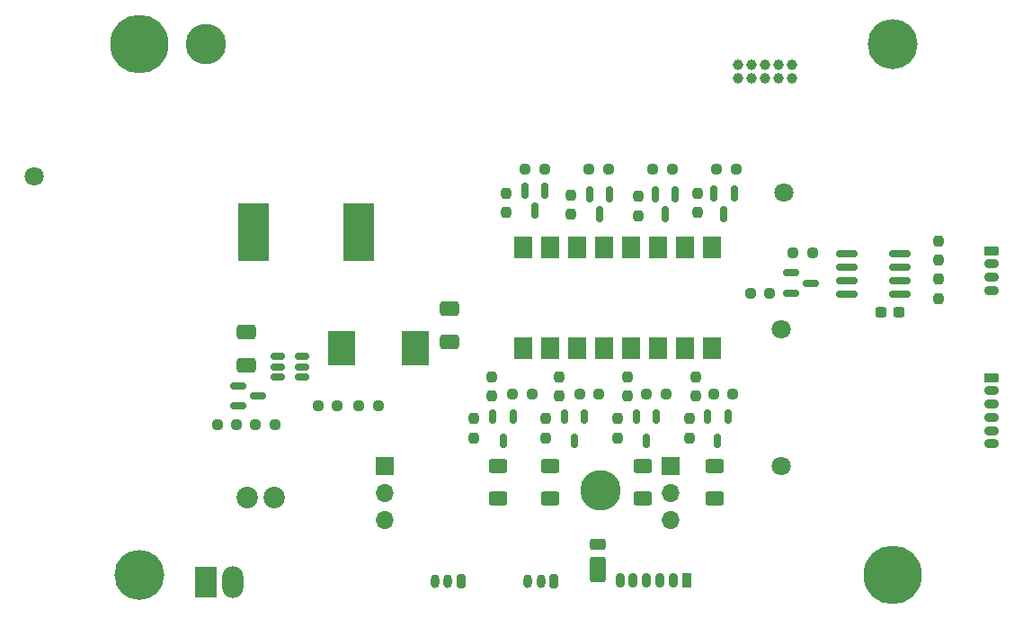
<source format=gbr>
%TF.GenerationSoftware,KiCad,Pcbnew,9.0.4*%
%TF.CreationDate,2025-09-18T14:16:59+03:00*%
%TF.ProjectId,HidroNode_Project,48696472-6f4e-46f6-9465-5f50726f6a65,rev?*%
%TF.SameCoordinates,Original*%
%TF.FileFunction,Soldermask,Bot*%
%TF.FilePolarity,Negative*%
%FSLAX46Y46*%
G04 Gerber Fmt 4.6, Leading zero omitted, Abs format (unit mm)*
G04 Created by KiCad (PCBNEW 9.0.4) date 2025-09-18 14:16:59*
%MOMM*%
%LPD*%
G01*
G04 APERTURE LIST*
G04 Aperture macros list*
%AMRoundRect*
0 Rectangle with rounded corners*
0 $1 Rounding radius*
0 $2 $3 $4 $5 $6 $7 $8 $9 X,Y pos of 4 corners*
0 Add a 4 corners polygon primitive as box body*
4,1,4,$2,$3,$4,$5,$6,$7,$8,$9,$2,$3,0*
0 Add four circle primitives for the rounded corners*
1,1,$1+$1,$2,$3*
1,1,$1+$1,$4,$5*
1,1,$1+$1,$6,$7*
1,1,$1+$1,$8,$9*
0 Add four rect primitives between the rounded corners*
20,1,$1+$1,$2,$3,$4,$5,0*
20,1,$1+$1,$4,$5,$6,$7,0*
20,1,$1+$1,$6,$7,$8,$9,0*
20,1,$1+$1,$8,$9,$2,$3,0*%
G04 Aperture macros list end*
%ADD10C,3.800000*%
%ADD11C,1.800000*%
%ADD12R,2.000000X3.000000*%
%ADD13O,2.000000X3.000000*%
%ADD14C,5.500000*%
%ADD15R,1.700000X1.700000*%
%ADD16O,1.700000X1.700000*%
%ADD17C,1.000000*%
%ADD18RoundRect,0.200000X0.200000X0.450000X-0.200000X0.450000X-0.200000X-0.450000X0.200000X-0.450000X0*%
%ADD19O,0.800000X1.300000*%
%ADD20C,4.700000*%
%ADD21RoundRect,0.225000X0.225000X0.475000X-0.225000X0.475000X-0.225000X-0.475000X0.225000X-0.475000X0*%
%ADD22O,0.900000X1.400000*%
%ADD23C,2.020000*%
%ADD24RoundRect,0.225000X-0.475000X0.225000X-0.475000X-0.225000X0.475000X-0.225000X0.475000X0.225000X0*%
%ADD25O,1.400000X0.900000*%
%ADD26RoundRect,0.237500X-0.237500X0.250000X-0.237500X-0.250000X0.237500X-0.250000X0.237500X0.250000X0*%
%ADD27RoundRect,0.237500X0.250000X0.237500X-0.250000X0.237500X-0.250000X-0.237500X0.250000X-0.237500X0*%
%ADD28RoundRect,0.237500X-0.250000X-0.237500X0.250000X-0.237500X0.250000X0.237500X-0.250000X0.237500X0*%
%ADD29RoundRect,0.150000X-0.150000X0.587500X-0.150000X-0.587500X0.150000X-0.587500X0.150000X0.587500X0*%
%ADD30RoundRect,0.250000X-0.650000X0.412500X-0.650000X-0.412500X0.650000X-0.412500X0.650000X0.412500X0*%
%ADD31RoundRect,0.250000X0.625000X-0.400000X0.625000X0.400000X-0.625000X0.400000X-0.625000X-0.400000X0*%
%ADD32RoundRect,0.150000X-0.150000X0.512500X-0.150000X-0.512500X0.150000X-0.512500X0.150000X0.512500X0*%
%ADD33RoundRect,0.150000X-0.825000X-0.150000X0.825000X-0.150000X0.825000X0.150000X-0.825000X0.150000X0*%
%ADD34RoundRect,0.237500X0.300000X0.237500X-0.300000X0.237500X-0.300000X-0.237500X0.300000X-0.237500X0*%
%ADD35R,2.500000X3.300000*%
%ADD36R,2.900000X5.400000*%
%ADD37R,1.780000X2.000000*%
%ADD38RoundRect,0.250000X-0.500000X0.950000X-0.500000X-0.950000X0.500000X-0.950000X0.500000X0.950000X0*%
%ADD39RoundRect,0.250000X-0.500000X0.275000X-0.500000X-0.275000X0.500000X-0.275000X0.500000X0.275000X0*%
%ADD40RoundRect,0.150000X-0.587500X-0.150000X0.587500X-0.150000X0.587500X0.150000X-0.587500X0.150000X0*%
%ADD41RoundRect,0.150000X0.512500X0.150000X-0.512500X0.150000X-0.512500X-0.150000X0.512500X-0.150000X0*%
G04 APERTURE END LIST*
D10*
%TO.C,REF\u002A\u002A*%
X94334037Y-82563464D03*
X57234037Y-40563464D03*
%TD*%
D11*
%TO.C,TP2*%
X41000000Y-53000000D03*
%TD*%
D12*
%TO.C,J3*%
X57234037Y-91197500D03*
D13*
X59774037Y-91197500D03*
%TD*%
D11*
%TO.C,TP1*%
X111600000Y-54500000D03*
%TD*%
%TO.C,TP3*%
X111400000Y-80300000D03*
%TD*%
D14*
%TO.C,H1*%
X50900000Y-40532788D03*
%TD*%
D15*
%TO.C,J9*%
X101000000Y-80275000D03*
D16*
X101000000Y-82815000D03*
X101000000Y-85355000D03*
%TD*%
D17*
%TO.C,J4*%
X107320000Y-43770000D03*
X108590000Y-43770000D03*
X109860000Y-43770000D03*
X111130000Y-43770000D03*
X112400000Y-43770000D03*
X112400000Y-42500000D03*
X111130000Y-42500000D03*
X109860000Y-42500000D03*
X108590000Y-42500000D03*
X107320000Y-42500000D03*
%TD*%
D18*
%TO.C,J5*%
X90000000Y-91150000D03*
D19*
X88750000Y-91150000D03*
X87500000Y-91150000D03*
%TD*%
D14*
%TO.C,H2*%
X121900000Y-90532788D03*
%TD*%
D11*
%TO.C,TP4*%
X111400000Y-67400000D03*
%TD*%
D20*
%TO.C,H3*%
X121900000Y-40532788D03*
%TD*%
D21*
%TO.C,J8*%
X102450000Y-91000000D03*
D22*
X101200000Y-91000000D03*
X99950000Y-91000000D03*
X98700000Y-91000000D03*
X97450000Y-91000000D03*
X96200000Y-91000000D03*
%TD*%
D23*
%TO.C,J10*%
X61060000Y-83200000D03*
X63600000Y-83200000D03*
%TD*%
D20*
%TO.C,H4*%
X50900000Y-90532788D03*
%TD*%
D24*
%TO.C,J1*%
X131200000Y-71950000D03*
D25*
X131200000Y-73200000D03*
X131200000Y-74450000D03*
X131200000Y-75700000D03*
X131200000Y-76950000D03*
X131200000Y-78200000D03*
%TD*%
D18*
%TO.C,J6*%
X81250000Y-91150000D03*
D19*
X80000000Y-91150000D03*
X78750000Y-91150000D03*
%TD*%
D15*
%TO.C,J7*%
X74000000Y-80275000D03*
D16*
X74000000Y-82815000D03*
X74000000Y-85355000D03*
%TD*%
D24*
%TO.C,J2*%
X131200000Y-60000000D03*
D25*
X131200000Y-61250000D03*
X131200000Y-62500000D03*
X131200000Y-63750000D03*
%TD*%
D26*
%TO.C,R30*%
X97900000Y-54875000D03*
X97900000Y-56700000D03*
%TD*%
%TO.C,R32*%
X96900000Y-71875000D03*
X96900000Y-73700000D03*
%TD*%
%TO.C,R25*%
X82391666Y-75825000D03*
X82391666Y-77650000D03*
%TD*%
D27*
%TO.C,R44*%
X63712500Y-76400000D03*
X61887500Y-76400000D03*
%TD*%
%TO.C,R16*%
X95112500Y-52300000D03*
X93287500Y-52300000D03*
%TD*%
D28*
%TO.C,R23*%
X86087500Y-73500000D03*
X87912500Y-73500000D03*
%TD*%
D26*
%TO.C,R19*%
X85500000Y-54587500D03*
X85500000Y-56412500D03*
%TD*%
%TO.C,R24*%
X89164444Y-75825000D03*
X89164444Y-77650000D03*
%TD*%
D28*
%TO.C,R35*%
X105000000Y-73500000D03*
X106825000Y-73500000D03*
%TD*%
D29*
%TO.C,Q2*%
X87250000Y-54362500D03*
X89150000Y-54362500D03*
X88200000Y-56237500D03*
%TD*%
%TO.C,Q1*%
X93350000Y-54725000D03*
X95250000Y-54725000D03*
X94300000Y-56600000D03*
%TD*%
D26*
%TO.C,R31*%
X103500000Y-54587500D03*
X103500000Y-56412500D03*
%TD*%
D28*
%TO.C,R43*%
X58287500Y-76400000D03*
X60112500Y-76400000D03*
%TD*%
D29*
%TO.C,Q6*%
X105050000Y-54662500D03*
X106950000Y-54662500D03*
X106000000Y-56537500D03*
%TD*%
D28*
%TO.C,R22*%
X92391667Y-73500000D03*
X94216667Y-73500000D03*
%TD*%
D27*
%TO.C,R45*%
X73450000Y-74590000D03*
X71625000Y-74590000D03*
%TD*%
D28*
%TO.C,R51*%
X112487500Y-60200000D03*
X114312500Y-60200000D03*
%TD*%
D27*
%TO.C,R29*%
X107112500Y-52300000D03*
X105287500Y-52300000D03*
%TD*%
D30*
%TO.C,C18*%
X61000000Y-67637500D03*
X61000000Y-70762500D03*
%TD*%
D31*
%TO.C,R26*%
X89600000Y-83350000D03*
X89600000Y-80250000D03*
%TD*%
D32*
%TO.C,Q3*%
X90975000Y-75650000D03*
X92875000Y-75650000D03*
X91925000Y-77925000D03*
%TD*%
D33*
%TO.C,U10*%
X117600000Y-64070000D03*
X117600000Y-62800000D03*
X117600000Y-61530000D03*
X117600000Y-60260000D03*
X122550000Y-60260000D03*
X122550000Y-61530000D03*
X122550000Y-62800000D03*
X122550000Y-64070000D03*
%TD*%
D31*
%TO.C,R27*%
X84700000Y-83350000D03*
X84700000Y-80250000D03*
%TD*%
D34*
%TO.C,C24*%
X122462500Y-65800000D03*
X120737500Y-65800000D03*
%TD*%
D26*
%TO.C,R18*%
X91600000Y-54787500D03*
X91600000Y-56612500D03*
%TD*%
%TO.C,R33*%
X103300000Y-71875000D03*
X103300000Y-73700000D03*
%TD*%
D35*
%TO.C,D10*%
X70000000Y-69200000D03*
X76900000Y-69190000D03*
%TD*%
D36*
%TO.C,L3*%
X61650000Y-58300000D03*
X71550000Y-58300000D03*
%TD*%
D37*
%TO.C,U6*%
X87100000Y-59670000D03*
X89640000Y-59670000D03*
X92180000Y-59670000D03*
X94720000Y-59670000D03*
X97260000Y-59670000D03*
X99800000Y-59670000D03*
X102340000Y-59670000D03*
X104880000Y-59670000D03*
X104880000Y-69200000D03*
X102340000Y-69200000D03*
X99800000Y-69200000D03*
X97260000Y-69200000D03*
X94720000Y-69200000D03*
X92180000Y-69200000D03*
X89640000Y-69200000D03*
X87100000Y-69200000D03*
%TD*%
D26*
%TO.C,R53*%
X126200000Y-62687500D03*
X126200000Y-64512500D03*
%TD*%
%TO.C,R37*%
X102710000Y-75825000D03*
X102710000Y-77650000D03*
%TD*%
D38*
%TO.C,D6*%
X94100000Y-90050000D03*
D39*
X94100000Y-87675000D03*
%TD*%
D29*
%TO.C,Q5*%
X99500000Y-54700000D03*
X101400000Y-54700000D03*
X100450000Y-56575000D03*
%TD*%
D28*
%TO.C,R34*%
X98695833Y-73500000D03*
X100520833Y-73500000D03*
%TD*%
D32*
%TO.C,Q4*%
X84237500Y-75650000D03*
X86137500Y-75650000D03*
X85187500Y-77925000D03*
%TD*%
D26*
%TO.C,R21*%
X84100000Y-71875000D03*
X84100000Y-73700000D03*
%TD*%
%TO.C,R20*%
X90500000Y-71875000D03*
X90500000Y-73700000D03*
%TD*%
D32*
%TO.C,Q8*%
X104450000Y-75650000D03*
X106350000Y-75650000D03*
X105400000Y-77925000D03*
%TD*%
D40*
%TO.C,Q10*%
X112325000Y-64000000D03*
X112325000Y-62100000D03*
X114200000Y-63050000D03*
%TD*%
D28*
%TO.C,R50*%
X108487500Y-64000000D03*
X110312500Y-64000000D03*
%TD*%
D27*
%TO.C,R28*%
X101112500Y-52300000D03*
X99287500Y-52300000D03*
%TD*%
%TO.C,R46*%
X69562500Y-74590000D03*
X67737500Y-74590000D03*
%TD*%
D32*
%TO.C,Q7*%
X97712500Y-75650000D03*
X99612500Y-75650000D03*
X98662500Y-77925000D03*
%TD*%
D31*
%TO.C,R39*%
X105100000Y-83350000D03*
X105100000Y-80250000D03*
%TD*%
D30*
%TO.C,C23*%
X80100000Y-65475000D03*
X80100000Y-68600000D03*
%TD*%
D27*
%TO.C,R17*%
X89112500Y-52300000D03*
X87287500Y-52300000D03*
%TD*%
D26*
%TO.C,R36*%
X95937222Y-75825000D03*
X95937222Y-77650000D03*
%TD*%
%TO.C,R52*%
X126200000Y-59087500D03*
X126200000Y-60912500D03*
%TD*%
D31*
%TO.C,R38*%
X98300000Y-83350000D03*
X98300000Y-80250000D03*
%TD*%
D41*
%TO.C,U9*%
X66250000Y-69990000D03*
X66250000Y-70940000D03*
X66250000Y-71890000D03*
X63975000Y-71890000D03*
X63975000Y-70940000D03*
X63975000Y-69990000D03*
%TD*%
D40*
%TO.C,Q9*%
X60200000Y-74600000D03*
X60200000Y-72700000D03*
X62075000Y-73650000D03*
%TD*%
M02*

</source>
